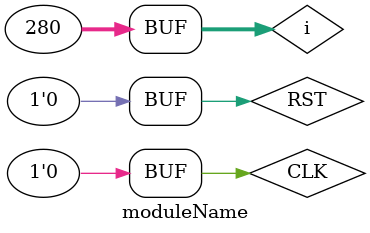
<source format=v>
module moduleName ();

reg CLK;
wire [31:0] OUT;
reg RST;
integer i;
SingleCpu SingleCpu1 (.CLK(CLK), .RST(RST), .OUT(OUT));

initial begin
    RST = 1;
    CLK = 0;
    #5;
    CLK = 1;
    #5
    RST = 0;
    CLK = 0;
    #5
    for(i=0; i<280; i=i+1) begin
        CLK = 1;
        #5
        CLK = 0;
        #5;
    end


end


// always begin
//     #6 CLK=0;
//     #4 CLK=1;
// end

    
endmodule
</source>
